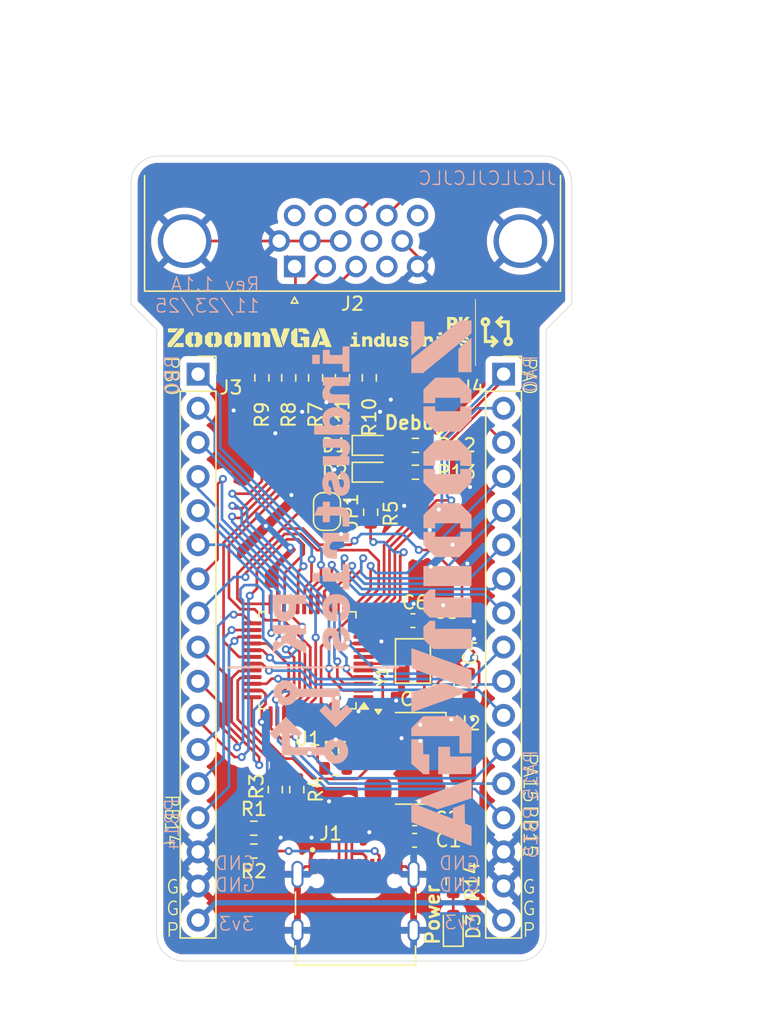
<source format=kicad_pcb>
(kicad_pcb (version 20241229) (generator "pcbnew") (generator_version "9.0")
  (layers (0 "F.Cu" signal) (2 "B.Cu" signal) (13 "F.Paste" user) (15 "B.Paste" user) (5 "F.SilkS" user "F.Silkscreen") (7 "B.SilkS" user "B.Silkscreen") (1 "F.Mask" user) (3 "B.Mask" user) (25 "Edge.Cuts" user))
  (net 0 "")
  (net 1 "VBUS")
  (net 2 "GND")
  (net 3 "+3V3")
  (net 4 "Net-(U1-PD0)")
  (net 5 "Net-(U1-PD1)")
  (net 7 "Net-(J1-CC1)")
  (net 9 "Net-(J1-CC2)")
  (net 10 "Net-(J2-Pad3)")
  (net 11 "Net-(J2-Pad2)")
  (net 14 "Net-(J2-Pad1)")
  (net 15 "Net-(J2-Pad13)")
  (net 18 "Net-(J2-Pad14)")
  (net 20 "PB15")
  (net 21 "Net-(JP1-B)")
  (net 22 "USB-")
  (net 23 "USB+")
  (net 24 "Net-(U1-BOOT0)")
  (net 25 "B")
  (net 26 "G")
  (net 27 "R")
  (net 28 "VSync")
  (net 29 "HSync")
  (net 31 "Net-(J3-Pin_10)")
  (net 32 "Net-(J3-Pin_2)")
  (net 33 "Net-(J3-Pin_14)")
  (net 34 "Net-(J3-Pin_5)")
  (net 35 "Net-(J3-Pin_6)")
  (net 36 "Net-(J3-Pin_13)")
  (net 37 "Net-(J3-Pin_11)")
  (net 38 "Net-(J3-Pin_12)")
  (net 39 "Net-(J3-Pin_3)")
  (net 40 "Net-(J3-Pin_4)")
  (net 41 "Net-(J3-Pin_1)")
  (net 42 "Net-(J3-Pin_8)")
  (net 43 "Net-(J3-Pin_7)")
  (net 44 "Net-(J3-Pin_9)")
  (net 45 "Net-(J4-Pin_7)")
  (net 46 "Net-(J4-Pin_13)")
  (net 47 "Net-(J4-Pin_5)")
  (net 48 "Net-(J4-Pin_9)")
  (net 49 "Net-(J4-Pin_2)")
  (net 50 "Net-(J4-Pin_12)")
  (net 51 "Net-(J4-Pin_3)")
  (net 52 "Net-(J4-Pin_8)")
  (net 53 "Net-(J4-Pin_11)")
  (net 54 "Net-(J4-Pin_6)")
  (net 55 "Net-(J4-Pin_4)")
  (net 56 "Net-(J4-Pin_10)")
  (net 57 "Net-(D1-A)")
  (net 58 "Net-(D2-A)")
  (net 59 "Net-(D3-A)")
  (net 60 "data+")
  (net 61 "data-")
  (net 62 "Net-(J4-Pin_1)")
  (footprint "LED_SMD:LED_0603_1608Metric" (layer "F.Cu") (at 205.25 109 90)
    (property "Reference" "D3")
    (property "Value" "LED")
  )
  (footprint "Capacitor_SMD:C_0603_1608Metric" (layer "F.Cu") (at 202.375 101 180)
    (property "Reference" "C2")
    (property "Value" "10u")
  )
  (footprint "Capacitor_SMD:C_0603_1608Metric" (layer "F.Cu") (at 202.25 86.25 180)
    (property "Reference" "C6")
    (property "Value" "10u")
  )
  (footprint "Resistor_SMD:R_0603_1608Metric" (layer "F.Cu") (at 202.435 75.2 180)
    (property "Reference" "R13")
    (property "Value" "1k")
  )
  (footprint "Connector_Dsub:DSUB-15-HD_Socket_Horizontal_P2.29x1.90mm_EdgePinOffset3.03mm_Housed_MountingHolesOffset4.94mm" (layer "F.Cu") (at 193.435 59.89 180)
    (property "Reference" "J2")
    (property "Value" "DE15_Socket_HighDensity_MountingHoles")
  )
  (footprint "Resistor_SMD:R_0603_1608Metric" (layer "F.Cu") (at 193.6 98.825 -90)
    (property "Reference" "R4")
    (property "Value" "22")
  )
  (footprint "Connector_PinSocket_2.54mm:PinSocket_1x17_P2.54mm_Vertical" (layer "F.Cu") (at 186.25 67.9)
    (property "Reference" "J3")
    (property "Value" "Conn_01x17_Pin")
  )
  (footprint "LED_SMD:LED_0603_1608Metric" (layer "F.Cu") (at 199.2125 75.2)
    (property "Reference" "D2")
    (property "Value" "LED")
  )
  (footprint "Resistor_SMD:R_0603_1608Metric" (layer "F.Cu") (at 192 98.825 -90)
    (property "Reference" "R3")
    (property "Value" "22")
  )
  (footprint "Resistor_SMD:R_0603_1608Metric" (layer "F.Cu") (at 202.435 73.2 180)
    (property "Reference" "R12")
    (property "Value" "1k")
  )
  (footprint "LOGO" (layer "F.Cu") (at 203.7 64.8)
    (property "Reference" "G***" (hide yes))
    (property "Value" "LOGO" (hide yes))
  )
  (footprint "Resistor_SMD:R_0603_1608Metric" (layer "F.Cu") (at 193 68.175 -90)
    (property "Reference" "R8")
    (property "Value" "330")
  )
  (footprint "My Footprint Library:SMD3225" (layer "F.Cu") (at 202.25 89.25 90)
    (property "Reference" "Y1")
    (property "Value" "Crystal_GND24")
  )
  (footprint "LED_SMD:LED_0603_1608Metric" (layer "F.Cu") (at 199.2125 73.2)
    (property "Reference" "D1")
    (property "Value" "LED")
  )
  (footprint "My Footprint Library:Edited_HRO_TYPE-C-31-M-12" (layer "F.Cu") (at 197.975 109.3)
    (property "Reference" "J1")
    (property "Value" "USB_C_Receptacle_USB2.0_16P")
  )
  (footprint "Package_QFP:LQFP-48_7x7mm_P0.5mm" (layer "F.Cu") (at 194.4 89.2 180)
    (property "Reference" "U1")
    (property "Value" "STM32F103C8Tx")
  )
  (footprint "Connector_PinSocket_2.54mm:PinSocket_1x17_P2.54mm_Vertical" (layer "F.Cu") (at 209 67.9)
    (property "Reference" "J4")
    (property "Value" "Conn_01x17_Pin")
  )
  (footprint "Resistor_SMD:R_0603_1608Metric" (layer "F.Cu") (at 195 68.175 -90)
    (property "Reference" "R7")
    (property "Value" "330")
  )
  (footprint "Capacitor_SMD:C_0603_1608Metric" (layer "F.Cu") (at 206.4 90.975 90)
    (property "Reference" "C4")
    (property "Value" "10u")
  )
  (footprint "Resistor_SMD:R_0603_1608Metric" (layer "F.Cu") (at 197 68.175 90)
    (property "Reference" "R11")
    (property "Value" "330")
  )
  (footprint "Jumper:SolderJumper-2_P1.3mm_Open_RoundedPad1.0x1.5mm" (layer "F.Cu") (at 195.85 78.125 -90)
    (property "Reference" "JP1")
    (property "Value" "SolderJumper_2_Open")
  )
  (footprint "Capacitor_SMD:C_0603_1608Metric" (layer "F.Cu") (at 204.8 90.975 90)
    (property "Reference" "C3")
    (property "Value" ".1n")
  )
  (footprint "Resistor_SMD:R_0603_1608Metric" (layer "F.Cu") (at 191 68.175 -90)
    (property "Reference" "R9")
    (property "Value" "330")
  )
  (footprint "Resistor_SMD:R_0603_1608Metric" (layer "F.Cu") (at 190.4 101.7)
    (property "Reference" "R1")
    (property "Value" "5.1k")
  )
  (footprint "Resistor_SMD:R_0603_1608Metric" (layer "F.Cu") (at 199.1 78.175 90)
    (property "Reference" "R5")
    (property "Value" "10k")
  )
  (footprint "LOGO" (layer "F.Cu") (at 190.1 65.2)
    (property "Reference" "G***" (hide yes))
    (property "Value" "LOGO" (hide yes))
  )
  (footprint "Package_TO_SOT_SMD:SOT-223-3_TabPin2" (layer "F.Cu") (at 202.8 96.5)
    (property "Reference" "U2")
    (property "Value" "AMS1117-3.3")
  )
  (footprint "Resistor_SMD:R_0603_1608Metric" (layer "F.Cu") (at 205.25 105.675 -90)
    (property "Reference" "R14")
    (property "Value" "1k")
  )
  (footprint "Resistor_SMD:R_0603_1608Metric" (layer "F.Cu") (at 199 68.175 90)
    (property "Reference" "R10")
    (property "Value" "330")
  )
  (footprint "Capacitor_SMD:C_0603_1608Metric" (layer "F.Cu") (at 202.375 102.6 180)
    (property "Reference" "C1")
    (property "Value" ".1n")
  )
  (footprint "Resistor_SMD:R_0603_1608Metric" (layer "F.Cu") (at 190.4 103.4)
    (property "Reference" "R2")
    (property "Value" "5.1k")
  )
  (footprint "Capacitor_SMD:C_0603_1608Metric" (layer "F.Cu") (at 204.75 87.725 -90)
    (property "Reference" "C5")
    (property "Value" "10u")
  )
  (footprint "Resistor_SMD:R_0603_1608Metric" (layer "F.Cu") (at 196.5 97.25)
    (property "Reference" "R6")
    (property "Value" "100k")
  )
  (footprint "LOGO" (layer "B.Cu") (at 204.4 83.5 -90)
    (property "Reference" "G***" (hide yes))
    (property "Value" "LOGO" (hide yes))
  )
  (footprint "LOGO" (layer "B.Cu") (at 194.800001 81.52 -90)
    (property "Reference" "G***" (hide yes))
    (property "Value" "LOGO" (hide yes))
  )
  (gr_arc (start 185.164214 111.585786) (mid 183.75 111) (end 183.164214 109.585786) (stroke (width 0.05)) (layer "Edge.Cuts"))
  (gr_line (start 181.250001 62.671572) (end 183.164215 64.585786) (stroke (width 0.05)) (layer "Edge.Cuts"))
  (gr_line (start 183.164215 109.585786) (end 183.164215 64.585786) (stroke (width 0.05)) (layer "Edge.Cuts"))
  (gr_line (start 214.078427 62.671571) (end 214.078427 53.671571) (stroke (width 0.05)) (layer "Edge.Cuts"))
  (gr_line (start 181.250001 62.671572) (end 181.250001 53.671572) (stroke (width 0.05)) (layer "Edge.Cuts"))
  (gr_line (start 183.250001 51.671572) (end 212.078427 51.671572) (stroke (width 0.05)) (layer "Edge.Cuts"))
  (gr_arc (start 212.164214 109.585785) (mid 211.578428 110.999999) (end 210.164214 111.585785) (stroke (width 0.05)) (layer "Edge.Cuts"))
  (gr_arc (start 212.078427 51.671571) (mid 213.492641 52.257357) (end 214.078427 53.671571) (stroke (width 0.05)) (layer "Edge.Cuts"))
  (gr_line (start 185.164214 111.585785) (end 210.164214 111.585785) (stroke (width 0.05)) (layer "Edge.Cuts"))
  (gr_arc (start 181.250001 53.671572) (mid 181.835787 52.257358) (end 183.250001 51.671572) (stroke (width 0.05)) (layer "Edge.Cuts"))
  (gr_line (start 212.164213 109.585785) (end 212.164213 64.585785) (stroke (width 0.05)) (layer "Edge.Cuts"))
  (gr_line (start 214.078427 62.671571) (end 212.164213 64.585785) (stroke (width 0.05)) (layer "Edge.Cuts"))
  (gr_text "Power" (at 204.3 110.485 90) (layer "F.SilkS") (effects (font (size 1 1) (thickness 0.2) (bold yes)) (justify left bottom)))
  (gr_text "PB14\n\n" (at 182.1 99.1 270) (layer "F.SilkS") (effects (font (size 1 1) (thickness 0.1)) (justify left bottom)))
  (gr_text "PB15\n\n" (at 208.8 99.9 270) (layer "F.SilkS") (effects (font (size 1 1) (thickness 0.1)) (justify left bottom)))
  (gr_text "G\nG\nP\n" (at 183.8 109.87 0) (layer "F.SilkS") (effects (font (size 1 1) (thickness 0.1)) (justify left bottom)))
  (gr_text "Debug" (at 200.0125 72.1 0) (layer "F.SilkS") (effects (font (size 1 1) (thickness 0.2) (bold yes)) (justify left bottom)))
  (gr_text "PA15" (at 210.4 96 270) (layer "F.SilkS") (effects (font (size 1 1) (thickness 0.1)) (justify left bottom)))
  (gr_text "PA0" (at 210.33 66.57 270) (layer "F.SilkS") (effects (font (size 1 1) (thickness 0.1)) (justify left bottom)))
  (gr_text "PB0\n" (at 183.7 66.5 270) (layer "F.SilkS") (effects (font (size 1 1) (thickness 0.1)) (justify left bottom)))
  (gr_text "G\nG\nP\n" (at 210.33 109.87 0) (layer "F.SilkS") (effects (font (size 1 1) (thickness 0.1)) (justify left bottom)))
  (gr_text "3v3" (at 190.5 109.4 0) (layer "B.SilkS") (effects (font (size 1 1) (thickness 0.1)) (justify left bottom mirror)))
  (gr_text "GND\nGND\n" (at 207.3 106.5 0) (layer "B.SilkS") (effects (font (size 1 1) (thickness 0.1)) (justify left bottom mirror)))
  (gr_text "3v3" (at 207.3 109.3 0) (layer "B.SilkS") (effects (font (size 1 1) (thickness 0.1)) (justify left bottom mirror)))
  (gr_text "JLCJLCJLCJLC\n" (at 213 53.9 0) (layer "B.SilkS") (effects (font (size 1 1) (thickness 0.1)) (justify left bottom mirror)))
  (gr_text "PA15" (at 211.6 95.8 90) (layer "B.SilkS") (effects (font (size 1 1) (thickness 0.1)) (justify left bottom mirror)))
  (gr_text "Rev 1.1A\n11/23/25\n" (at 190.9 63.4 0) (layer "B.SilkS") (effects (font (size 1 1) (thickness 0.1)) (justify left bottom mirror)))
  (gr_text "PB0\n" (at 184.9 66.4 90) (layer "B.SilkS") (effects (font (size 1 1) (thickness 0.1)) (justify left bottom mirror)))
  (gr_text "PA0\n" (at 211.6 66.4 90) (layer "B.SilkS") (effects (font (size 1 1) (thickness 0.1)) (justify left bottom mirror)))
  (gr_text "PB14" (at 184.9 99.4 90) (layer "B.SilkS") (effects (font (size 1 1) (thickness 0.1)) (justify left bottom mirror)))
  (gr_text "PB15" (at 211.6 100 90) (layer "B.SilkS") (effects (font (size 1 1) (thickness 0.1)) (justify left bottom mirror)))
  (gr_text "GND\nGND\n" (at 190.6 106.5 0) (layer "B.SilkS") (effects (font (size 1 1) (thickness 0.1)) (justify left bottom mirror)))
  (segment (start 201 101) (end 200.4 101.6) (width 0.2) (layer "F.Cu") (net 1))
  (segment (start 200.4 102.5) (end 200.4 101.6) (width 0.4) (layer "F.Cu") (net 1))
  (segment (start 200.4 101.4) (end 199.65 100.65) (width 0.4) (layer "F.Cu") (net 1))
  (segment (start 201.6 101) (end 201 101) (width 0.2) (layer "F.Cu") (net 1))
  (segment (start 200.214 104.711) (end 200.214 105.386) (width 0.2) (layer "F.Cu") (net 1))
  (segment (start 200.239 104.811) (end 200.4 104.65) (width 0.2) (layer "F.Cu") (net 1))
  (segment (start 201.6 102.6) (end 200.5 102.6) (width 0.2) (layer "F.Cu") (net 1))
  (segment (start 195.575 105.175) (end 195.575 104.65) (width 0.2) (layer "F.Cu") (net 1))
  (segment (start 200.5 102.6) (end 200.4 102.5) (width 0.2) (layer "F.Cu") (net 1))
  (segment (start 200.214 105.386) (end 199.3 106.3) (width 0.2) (layer "F.Cu") (net 1))
  (segment (start 199.3 106.3) (end 196.7 106.3) (width 0.2) (layer "F.Cu") (net 1))
  (segment (start 200.4 104.65) (end 200.4 102.5) (width 0.4) (layer "F.Cu") (net 1))
  (segment (start 199.65 100.65) (end 199.65 98.8) (width 0.4) (layer "F.Cu") (net 1))
  (segment (start 196.7 106.3) (end 195.575 105.175) (width 0.2) (layer "F.Cu") (net 1))
  (segment (start 200.4 101.6) (end 200.4 101.4) (width 0.4) (layer "F.Cu") (net 1))
  (segment (start 200.375 104.55) (end 200.214 104.711) (width 0.2) (layer "F.Cu") (net 1))
  (segment (start 191.3 79.2) (end 191.425735 79.325735) (width 0.2) (layer "F.Cu") (net 2))
  (segment (start 198.425 72.775) (end 198.425 73.2) (width 0.2) (layer "F.Cu") (net 2))
  (segment (start 199.4 94.2) (end 198.2 93) (width 0.2) (layer "F.Cu") (net 2))
  (segment (start 204.001 92.799) (end 202.8 94) (width 0.2) (layer "F.Cu") (net 2))
  (segment (start 206.4 90.2) (end 205.526 89.326) (width 0.2) (layer "F.Cu") (net 2))
  (segment (start 199.9 87.8) (end 199.9 87.883824) (width 0.2) (layer "F.Cu") (net 2))
  (segment (start 196.65 93.3625) (end 196.65 94.95) (width 0.2) (layer "F.Cu") (net 2))
  (segment (start 191 92.741176) (end 191 93.8) (width 0.2) (layer "F.Cu") (net 2))
  (segment (start 201.4 90.052) (end 203.1 88.352) (width 0.2) (layer "F.Cu") (net 2))
  (segment (start 204.001 90.999) (end 204.001 92.799) (width 0.2) (layer "F.Cu") (net 2))
  (segment (start 199.333824 88.45) (end 198.5625 88.45) (width 0.2) (layer "F.Cu") (net 2))
  (segment (start 199.8 70.7) (end 199.8 71.4) (width 0.2) (layer "F.Cu") (net 2))
  (segment (start 193.107062 80.807062) (end 193.007062 80.907062) (width 0.2) (layer "F.Cu") (net 2))
  (segment (start 201.175 104.55) (end 201.72 104.55) (width 0.2) (layer "F.Cu") (net 2))
  (segment (start 204.8 90.2) (end 205.526 89.474) (width 0.2) (layer "F.Cu") (net 2))
  (segment (start 191.008824 91.45) (end 191.276 91.717176) (width 0.2) (layer "F.Cu") (net 2))
  (segment (start 205.526 87.8931) (end 204.75 87.1171) (width 0.2) (layer "F.Cu") (net 2))
  (segment (start 199.9 87.883824) (end 199.333824 88.45) (width 0.2) (layer "F.Cu") (net 2))
  (segment (start 194.775 104.55) (end 194.23 104.55) (width 0.2) (layer "F.Cu") (net 2))
  (segment (start 204.8 90.2) (end 204.001 90.999) (width 0.2) (layer "F.Cu") (net 2))
  (segment (start 185.26 57.99) (end 185.25 58) (width 0.2) (layer "F.Cu") (net 2))
  (segment (start 203.1 88.352) (end 203.1 88.15) (width 0.2) (layer "F.Cu") (net 2))
  (segment (start 194.23 104.55) (end 193.65 105.13) (width 0.2) (layer "F.Cu") (net 2))
  (segment (start 205.526 89.326) (end 205.526 87.8931) (width 0.2) (layer "F.Cu") (net 2))
  (segment (start 201 92.2) (end 201.4 91.8) (width 0.2) (layer "F.Cu") (net 2))
  (segment (start 199.65 94.2) (end 199.4 94.2) (width 0.2) (layer "F.Cu") (net 2))
  (segment (start 204.75 86.95) (end 204.75 85.35) (width 0.2) (layer "F.Cu") (net 2))
  (segment (start 201.4 91.8) (end 201.4 90.35) (width 0.2) (layer "F.Cu") (net 2))
  (segment (start 201.4 90.35) (end 201.4 90.052) (width 0.2) (layer "F.Cu") (net 2))
  (segment (start 191.3 79.2) (end 191.5 79.2) (width 0.2) (layer "F.Cu") (net 2))
  (segment (start 202.3 85.525) (end 203.025 86.25) (width 0.2) (layer "F.Cu") (net 2))
  (segment (start 202.595 59.135) (end 202.595 59.89) (width 0.2) (layer "F.Cu") (net 2))
  (segment (start 193.2 77.5) (end 193.2 76.9) (width 0.2) (layer "F.Cu") (net 2))
  (segment (start 191.276 91.717176) (end 191.276 92.465176) (width 0.2) (layer "F.Cu") (net 2))
  (segment (start 190.2375 91.45) (end 191.008824 91.45) (width 0.2) (layer "F.Cu") (net 2))
  (segment (start 199.8 71.4) (end 198.425 72.775) (width 0.2) (layer "F.Cu") (net 2))
  (segment (start 201.45 57.99) (end 202.595 59.135) (width 0.2) (layer "F.Cu") (net 2))
  (segment (start 192.29 57.99) (end 185.26 57.99) (width 0.2) (layer "F.Cu") (net 2))
  (segment (start 193.007062 80.907062) (end 193.007062 81.192938) (width 0.2) (layer "F.Cu") (net 2))
  (segment (start 204.75 85.35) (end 204.5 85.1) (width 0.2) (layer "F.Cu") (net 2))
  (segment (start 192.15 82.05) (end 192.15 85.0375) (width 0.2) (layer "F.Cu") (net 2))
  (segment (start 204.75 87.1171) (end 204.75 86.95) (width 0.2) (layer "F.Cu") (net 2))
  (segment (start 205.526 89.474) (end 205.526 89.326) (width 0.2) (layer "F.Cu") (net 2))
  (segment (start 194.05 58) (end 194.05 58.45) (width 0.2) (layer "F.Cu") (net 2))
  (segment (start 196.87 57.99) (end 194.58 57.99) (width 0.2) (layer "F.Cu") (net 2))
  (segment (start 202.3 85) (end 202.3 85.525) (width 0.2) (layer "F.Cu") (net 2))
  (segment (start 196.65 94.95) (end 196.5 95.1) (width 0.2) (layer "F.Cu") (net 2))
  (segment (start 191.5 79.2) (end 193.2 77.5) (width 0.2) (layer "F.Cu") (net 2))
  (segment (start 201.72 104.55) (end 202.3 105.13) (width 0.2) (layer "F.Cu") (net 2))
  (segment (start 193.007062 81.192938) (end 192.15 82.05) (width 0.2) (layer "F.Cu") (net 2))
  (segment (start 194.58 57.99) (end 192.29 57.99) (width 0.2) (layer "F.Cu") (net 2))
  (segment (start 191.276 92.465176) (end 191 92.741176) (width 0.2) (layer "F.Cu") (net 2))
  (via (at 206.8 86.3) (size 0.6) (drill 0.3) (layers "F.Cu" "B.Cu") (net 2))
  (via (at 206.8 87.6) (size 0.6) (drill 0.3) (layers "F.Cu" "B.Cu") (net 2))
  (via (at 206.5 76.3) (size 0.6) (drill 0.3) (layers "F.Cu" "B.Cu") (net 2))
  (via (at 202.8 95.2) (size 0.6) (drill 0.3) (layers "F.Cu" "B.Cu") (net 2))
  (via (at 194.7 102.4) (size 0.6) (drill 0.3) (layers "F.Cu" "B.Cu") (net 2))
  (via (at 191.3 79.2) (size 0.6) (drill 0.3) (layers "F.Cu" "B.Cu") (net 2))
  (via (at 190.3 98.7) (size 0.6) (drill 0.3) (layers "F.Cu" "B.Cu") (net 2))
  (via (at 196 99.7) (size 0.6) (drill 0.3) (layers "F.Cu" "B.Cu") (net 2))
  (via (at 197.5 77.3) (size 0.6) (drill 0.3) (layers "F.Cu" "B.Cu") (net 2))
  (via (at 201 92.2) (size 0.6) (drill 0.3) (layers "F.Cu" "B.Cu") (net 2))
  (via (at 196.4 75) (size 0.6) (drill 0.3) (layers "F.Cu" "B.Cu") (net 2))
  (via (at 202.8 94) (size 0.6) (drill 0.3) (layers "F.Cu" "B.Cu") (net 2))
  (via (at 193.2 76.9) (size 0.6) (drill 0.3) (layers "F.Cu" "B.Cu") (net 2))
  (via (at 188.9 70.6) (size 0.6) (drill 0.3) (layers "F.Cu" "B.Cu") (net 2))
  (via (at 196.5 95.1) (size 0.6) (drill 0.3) (layers "F.Cu" "B.Cu") (net 2))
  (via (at 204.5 85.1) (size 0.6) (drill 0.3) (layers "F.Cu" "B.Cu") (net 2))
  (via (at 194 70.7) (size 0.6) (drill 0.3) (layers "F.Cu" "B.Cu") (net 2))
  (via (at 199 102) (size 0.6) (drill 0.3) (layers "F.Cu" "B.Cu") (net 2))
  (via (at 202.7 99.7) (size 0.6) (drill 0.3) (layers "F.Cu" "B.Cu") (net 2))
  (via (at 201.4 95) (size 0.6) (drill 0.3) (layers "F.Cu" "B.Cu") (net 2))
  (via (at 203.575735 82.224265) (size 0.6) (drill 0.3) (layers "F.Cu" "B.Cu") (net 2))
  (via (at 195.8 70) (size 0.6) (drill 0.3) (layers "F.Cu" "B.Cu") (net 2))
  (via (at 206.3 82) (size 0.6) (drill 0.3) (layers "F.Cu" "B.Cu") (net 2))
  (via (at 192.4 102.4) (size 0.6) (drill 0.3) (layers "F.Cu" "B.Cu") (net 2))
  (via (at 198.2 93) (size 0.6) (drill 0.3) (layers "F.Cu" "B.Cu") (net 2))
  (via (at 205.2 80.6) (size 0.6) (drill 0.3) (layers "F.Cu" "B.Cu") (net 2))
  (via (at 199.9 87.8) (size 0.6) (drill 0.3) (layers "F.Cu" "B.Cu") (net 2))
  (via (at 192 72.3) (size 0.6) (drill 0.3) (layers "F.Cu" "B.Cu") (net 2))
  (via (at 203.5 79.5) (size 0.6) (drill 0.3) (layers "F.Cu" "B.Cu") (net 2))
  (via (at 191 93.8) (size 0.6) (drill 0.3) (layers "F.Cu" "B.Cu") (net 2))
  (via (at 202.3 85) (size 0.6) (drill 0.3) (layers "F.Cu" "B.Cu") (net 2))
  (via (at 193.107062 80.807062) (size 0.6) (drill 0.3) (layers "F.Cu" "B.Cu") (net 2))
  (via (at 200.6 69.8) (size 0.6) (drill 0.3) (layers "F.Cu" "B.Cu") (net 2))
  (via (at 206.7 93.6) (size 0.6) (drill 0.3) (layers "F.Cu" "B.Cu") (net 2))
  (via (at 205.1 93.6) (size 0.6) (drill 0.3) (layers "F.Cu" "B.Cu") (net 2))
  (via (at 196.9 79.8) (size 0.6) (drill 0.3) (layers "F.Cu" "B.Cu") (net 2))
  (via (at 199.8 70.7) (size 0.6) (drill 0.3) (layers "F.Cu" "B.Cu") (net 2))
  (via (at 201.6 77.7) (size 0.6) (drill 0.3) (layers "F.Cu" "B.Cu") (net 2))
  (segment (start 191 93.8) (end 191.4 94.2) (width 0.2) (layer "B.Cu") (net 2))
  (segment (start 192.907062 80.807062) (end 193.107062 80.807062) (width 0.2) (layer "B.Cu") (net 2))
  (segment (start 191.4 94.2) (end 191.4 97.6) (width 0.2) (layer "B.Cu") (net 2))
  (segment (start 191.4 97.6) (end 190.3 98.7) (width 0.2) (layer "B.Cu") (net 2))
  (segment (start 191.3 79.2) (end 192.907062 80.807062) (width 0.2) (layer "B.Cu") (net 2))
  (segment (start 205.95 93.25) (end 205.95 96.5) (width 0.2) (layer "F.Cu") (net 3))
  (segment (start 199.1 76.9) (end 198.3 76.1) (width 0.2) (layer "F.Cu") (net 3))
  (segment (start 206.5 102.5) (end 205.25 103.75) (width 0.4) (layer "F.Cu") (net 3))
  (segment (start 192.68355 96.51645) (end 193.305514 96.51645) (width 0.2) (layer "F.Cu") (net 3))
  (segment (start 189.176855 84.609755) (end 189.176855 82.754539) (width 0.2) (layer "F.Cu") (net 3))
  (segment (start 202.685735 80.985735) (end 203.685735 80.985735) (width 0.2) (layer "F.Cu") (net 3))
  (segment (start 206.5 97.05) (end 206.5 102.5) (width 0.4) (layer "F.Cu") (net 3))
  (segment (start 192.532394 79.399) (end 194.0661 79.399) (width 0.2) (layer "F.Cu") (net 3))
  (segment (start 204.875 92.1) (end 205.95 93.175) (width 0.2) (layer "F.Cu") (net 3))
  (segment (start 198.124 98.026) (end 199.65 96.5) (width 0.2) (layer "F.Cu") (net 3))
  (segment (start 190.2375 94.0704) (end 192.68355 96.51645) (width 0.2) (layer "F.Cu") (net 3))
  (segment (start 205.95 93.175) (end 205.95 93.25) (width 0.2) (layer "F.Cu") (net 3))
  (segment (start 190.908276 85) (end 190.907276 84.999) (width 0.2) (layer "F.Cu") (net 3))
  (segment (start 194.0661 79.399) (end 195.2671 80.6) (width 0.2) (layer "F.Cu") (net 3))
  (segment (start 194.7 76.1) (end 194 76.8) (width 0.2) (layer "F.Cu") (net 3))
  (segment (start 194.815064 98.026) (end 198.124 98.026) (width 0.2) (layer "F.Cu") (net 3))
  (segment (start 197.15 93.3625) (end 197.15 94) (width 0.2) (layer "F.Cu") (net 3))
  (segment (start 190.2375 91.95) (end 190.2375 94.0704) (width 0.2) (layer "F.Cu") (net 3))
  (segment (start 189.5661 84.999) (end 189.176855 84.609755) (width 0.2) (layer "F.Cu") (net 3))
  (segment (start 198.3 76.1) (end 194.7 76.1) (width 0.2) (layer "F.Cu") (net 3))
  (segment (start 191.215697 80.715697) (end 192.532394 79.399) (width 0.2) (layer "F.Cu") (net 3))
  (segment (start 205.9 83.2) (end 205.9 87.7) (width 0.2) (layer "F.Cu") (net 3))
  (segment (start 197.15 94) (end 199.65 96.5) (width 0.2) (layer "F.Cu") (net 3))
  (segment (start 194 76.8) (end 194 77.931394) (width 0.2) (layer "F.Cu") (net 3))
  (segment (start 198.5625 87.95) (end 197.452 87.95) (width 0.2) (layer "F.Cu") (net 3))
  (segment (start 206.5 106.04) (end 209 108.54) (width 0.4) (layer "F.Cu") (net 3))
  (segment (start 206.4 92.8) (end 206.4 91.75) (width 0.2) (layer "F.Cu") (net 3))
  (segment (start 203.685735 80.985735) (end 205.9 83.2) (width 0.2) (layer "F.Cu") (net 3))
  (segment (start 197.452 87.95) (end 197.402 87.9) (width 0.2) (layer "F.Cu") (net 3))
  (segment (start 205.25 103.75) (end 205.25 104.85) (width 0.4) (layer "F.Cu") (net 3))
  (segment (start 205.9 87.7) (end 206.8 88.6) (width 0.2) (layer "F.Cu") (net 3))
  (segment (start 204.8 92.1) (end 204.875 92.1) (width 0.2) (layer "F.Cu") (net 3))
  (segment (start 193.305514 96.51645) (end 194.815064 98.026) (width 0.2) (layer "F.Cu") (net 3))
  (segment (start 207.176 90.974) (end 206.4 91.75) (width 0.2) (layer "F.Cu") (net 3))
  (segment (start 194 77.931394) (end 191.215697 80.715697) (width 0.2) (layer "F.Cu") (net 3))
  (segment (start 206.8 88.6) (end 206.8 89) (width 0.2) (layer "F.Cu") (net 3))
  (segment (start 189.176855 82.754539) (end 191.215697 80.715697) (width 0.2) (layer "F.Cu") (net 3))
  (segment (start 206.5 102.5) (end 206.5 106.04) (width 0.4) (layer "F.Cu") (net 3))
  (segment (start 199.1 77.35) (end 199.1 76.9) (width 0.2) (layer "F.Cu") (net 3))
  (segment (start 191.6125 85) (end 190.908276 85) (width 0.2) (layer "F.Cu") (net 3))
  (segment (start 195.2671 80.6) (end 197.6 80.6) (width 0.2) (layer "F.Cu") (net 3))
  (segment (start 205.95 96.5) (end 199.65 96.5) (width 0.4) (layer "F.Cu") (net 3))
  (segment (start 190.907276 84.999) (end 189.5661 84.999) (width 0.2) (layer "F.Cu") (net 3))
  (segment (start 197.6 80.6) (end 197.9 80.3) (width 0.2) (layer "F.Cu") (net 3))
  (segment (start 205.95 93.25) (end 206.4 92.8) (width 0.2) (layer "F.Cu") (net 3))
  (segment (start 206.2 96.25) (end 205.95 96.5) (width 0.2) (layer "F.Cu") (net 3))
  (segment (start 206.8 89) (end 207.176 89.376) (width 0.2) (layer "F.Cu") (net 3))
  (segment (start 207.176 89.376) (end 207.176 90.974) (width 0.2) (layer "F.Cu") (net 3))
  (segment (start 205.95 96.5) (end 206.5 97.05) (width 0.4) (layer "F.Cu") (net 3))
  (segment (start 191.65 85.0375) (end 191.6125 85) (width 0.2) (layer "F.Cu") (net 3))
  (via (at 202.685735 80.985735) (size 0.6) (drill 0.3) (layers "F.Cu" "B.Cu") (net 3))
  (via (at 197.9 80.3) (size 0.6) (drill 0.3) (layers "F.Cu" "B.Cu") (net 3))
  (via (at 206.8 89) (size 0.6) (drill 0.3) (layers "F.Cu" "B.Cu") (net 3))
  (via (at 197.402 87.9) (size 0.6) (drill 0.3) (layers "F.Cu" "B.Cu") (net 3))
  (segment (start 197.402 87.9) (end 199.699 90.197) (width 0.2) (layer "B.Cu") (net 3))
  (segment (start 201.499 79.799) (end 202.685735 80.985735) (width 0.2) (layer "B.Cu") (net 3))
  (segment (start 205.603 90.197) (end 206.8 89) (width 0.2) (layer "B.Cu") (net 3))
  (segment (start 207.71 107.25) (end 187.54 107.25) (width 0.4) (layer "B.Cu") (net 3))
  (segment (start 187.54 107.25) (end 186.25 108.54) (width 0.4) (layer "B.Cu") (net 3))
  (segment (start 209 108.54) (end 207.71 107.25) (width 0.4) (layer "B.Cu") (net 3))
  (segment (start 197.9 80.3) (end 198.401 79.799) (width 0.2) (layer "B.Cu") (net 3))
  (segment (start 198.401 79.799) (end 201.499 79.799) (width 0.2) (layer "B.Cu") (net 3))
  (segment (start 199.699 90.197) (end 205.603 90.197) (width 0.2) (layer "B.Cu") (net 3))
  (segment (start 203.1 90.35) (end 203.1 90.15) (width 0.2) (layer "F.Cu") (net 4))
  (segment (start 203.1 90.15) (end 204.75 88.5) (width 0.2) (layer "F.Cu") (net 4))
  (segment (start 199.5 89.95) (end 198.6125 89.95) (width 0.2) (layer "F.Cu") (net 4))
  (segment (start 198.6125 89.95) (end 198.5625 90) (width 0.2) (layer "F.Cu") (net 4))
  (segment (start 203.1 90.35) (end 203.1 91.45) (width 0.2) (layer "F.Cu") (net 4))
  (segment (start 203.1 91.45) (end 201.75 92.8) (width 0.2) (layer "F.Cu") (net 4))
  (segment (start 200.4 92.8) (end 200 92.4) (width 0.2) (layer "F.Cu") (net 4))
  (segment (start 200 90.45) (end 199.5 89.95) (width 0.2) (layer "F.Cu") (net 4))
  (segment (start 201.75 92.8) (end 200.4 92.8) (width 0.2) (layer "F.Cu") (net 4))
  (segment (start 200 92.4) (end 200 90.45) (width 0.2) (layer "F.Cu") (net 4))
  (segment (start 201.4 88.15) (end 201.3 88.15) (width 0.2) (layer "F.Cu") (net 5))
  (segment (start 200 89.45) (end 198.6125 89.45) (width 0.2) (layer "F.Cu") (net 5))
  (segment (start 201.3 88.15) (end 200 89.45) (width 0.2) (layer "F.Cu") (net 5))
  (segment (start 198.6125 89.45) (end 198.5625 89.5) (width 0.2) (layer "F.Cu") (net 5))
  (segment (start 201.475 86.25) (end 201.475 88.075) (width 0.2) (layer "F.Cu") (net 5))
  (segment (start 201.475 88.075) (end 201.4 88.15) (width 0.2) (layer "F.Cu") (net 5))
  (segment (start 196.75 104.65) (end 196.75 102.135298) (width 0.2) (layer "F.Cu") (net 7))
  (segment (start 193.1829 101.4) (end 191.525 101.4) (width 0.2) (layer "F.Cu") (net 7))
  (segment (start 196.015702 101.401) (end 193.1839 101.401) (width 0.2) (layer "F.Cu") (net 7))
  (segment (start 193.1839 101.401) (end 193.1829 101.4) (width 0.2) (layer "F.Cu") (net 7))
  (segment (start 196.75 102.135298) (end 196.015702 101.401) (width 0.2) (layer "F.Cu") (net 7))
  (segment (start 191.525 101.4) (end 191.225 101.7) (width 0.2) (layer "F.Cu") (net 7))
  (segment (start 199.75 103.75) (end 199.75 104.65) (width 0.2) (layer "F.Cu") (net 9))
  (segment (start 193 103.4) (end 191.225 103.4) (width 0.2) (layer "F.Cu") (net 9))
  (segment (start 199.4 103.4) (end 199.75 103.75) (width 0.2) (layer "F.Cu") (net 9))
  (via (at 193 103.4) (size 0.6) (drill 0.3) (layers "F.Cu" "B.Cu") (net 9))
  (via (at 199.4 103.4) (size 0.6) (drill 0.3) (layers "F.Cu" "B.Cu") (net 9))
  (segment (start 193 103.4) (end 199.4 103.4) (width 0.2) (layer "B.Cu") (net 9))
  (segment (start 194.28355 66.63355) (end 194.301 66.6161) (width 0.2) (layer "F.Cu") (net 10))
  (segment (start 195 67.35) (end 194.28355 66.63355) (width 0.2) (layer "F.Cu") (net 10))
  (segment (start 194.301 63.604) (end 198.015 59.89) (width 0.2) (layer "F.Cu") (net 10))
  (segment (start 194.301 66.6161) (end 194.301 63.604) (width 0.2) (layer "F.Cu") (net 10))
  (segment (start 193.9 61.715) (end 195.725 59.89) (width 0.2) (layer "F.Cu") (net 11))
  (segment (start 193.9 66.45) (end 193.9 61.715) (width 0.2) (layer "F.Cu") (net 11))
  (segment (start 193 67.35) (end 193.9 66.45) (width 0.2) (layer "F.Cu") (net 11))
  (segment (start 193.5 64.85) (end 193.5 59.955) (width 0.2) (layer "F.Cu") (net 14))
  (segment (start 193.5 59.955) (end 193.435 59.89) (width 0.2) (layer "F.Cu") (net 14))
  (segment (start 192.905 59.145) (end 192.905 59.9) (width 0.2) (layer "F.Cu") (net 14))
  (segment (start 191 67.35) (end 193.5 64.85) (width 0.2) (layer "F.Cu") (net 14))
  (segment (start 205.3 62.239064) (end 205.3 61.6171) (width 0.2) (layer "F.Cu") (net 15))
  (segment (start 197 67.35) (end 197.701 68.051) (width 0.2) (layer "F.Cu") (net 15))
  (segment (start 199.488064 68.051) (end 205.3 62.239064) (width 0.2) (layer "F.Cu") (net 15))
  (segment (start 205.301 55.3339) (end 203.9671 54) (width 0.2) (layer "F.Cu") (net 15))
  (segment (start 200.105 54) (end 198.015 56.09) (width 0.2) (layer "F.Cu") (net 15))
  (segment (start 197.701 68.051) (end 199.488064 68.051) (width 0.2) (layer "F.Cu") (net 15))
  (segment (start 203.9671 54) (end 200.105 54) (width 0.2) (layer "F.Cu") (net 15))
  (segment (start 205.301 61.6161) (end 205.301 55.3339) (width 0.2) (layer "F.Cu") (net 15))
  (segment (start 205.3 61.6171) (end 205.301 61.6161) (width 0.2) (layer "F.Cu") (net 15))
  (segment (start 199.621964 67.35) (end 204.899 62.072964) (width 0.2) (layer "F.Cu") (net 18))
  (segment (start 204.9 61.45) (end 204.9 55.5) (width 0.2) (layer "F.Cu") (net 18))
  (segment (start 204.899 62.072964) (end 204.899 61.451) (width 0.2) (layer "F.Cu") (net 18))
  (segment (start 203.801 54.401) (end 201.994 54.401) (width 0.2) (layer "F.Cu") (net 18))
  (segment (start 204.899 61.451) (end 204.9 61.45) (width 0.2) (layer "F.Cu") (net 18))
  (segment (start 201.994 54.401) (end 200.305 56.09) (width 0.2) (layer "F.Cu") (net 18))
  (segment (start 204.9 55.5) (end 203.801 54.401) (width 0.2) (layer "F.Cu") (net 18))
  (segment (start 199 67.35) (end 199.621964 67.35) (width 0.2) (layer "F.Cu") (net 18))
  (segment (start 191.399943 87.95) (end 190.2375 87.95) (width 0.2) (layer "F.Cu") (net 20))
  (segment (start 192.05 92.125) (end 192.05 92.05) (width 0.2) (layer "F.Cu") (net 20))
  (segment (start 193 91.1) (end 193 89.550057) (width 0.2) (layer "F.Cu") (net 20))
  (segment (start 192.05 92.05) (end 193 91.1) (width 0.2) (layer "F.Cu") (net 20))
  (segment (start 193 89.550057) (end 191.399943 87.95) (width 0.2) (layer "F.Cu") (net 20))
  (via (at 192.05 92.125) (size 0.6) (drill 0.3) (layers "F.Cu" "B.Cu") (net 20))
  (segment (start 192.2 95.2) (end 194.8 97.8) (width 0.2) (layer "B.Cu") (net 20))
  (segment (start 194.8 97.8) (end 194.8329 97.8) (width 0.2) (layer "B.Cu") (net 20))
  (segment (start 194.8329 97.8) (end 195.8139 98.781) (width 0.2) (layer "B.Cu") (net 20))
  (segment (start 206.861 98.781) (end 209 100.92) (width 0.2) (layer "B.Cu") (net 20))
  (segment (start 192.1 92.7) (end 192.2 92.8) (width 0.2) (layer "B.Cu") (net 20))
  (segment (start 192.2 92.8) (end 192.2 95.2) (width 0.2) (layer "B.Cu") (net 20))
  (segment (start 192.05 92.125) (end 192.1 92.175) (width 0.2) (layer "B.Cu") (net 20))
  (segment (start 192.1 92.175) (end 192.1 92.7) (width 0.2) (layer "B.Cu") (net 20))
  (segment (start 195.8139 98.781) (end 206.861 98.781) (width 0.2) (layer "B.Cu") (net 20))
  (segment (start 199.1 79) (end 199.1 80.2) (width 0.2) (layer "F.Cu") (net 21))
  (segment (start 200.5 85.509576) (end 200.5 88.3829) (width 0.2) (layer "F.Cu") (net 21))
  (segment (start 201.304 84.705576) (end 200.5 85.509576) (width 0.2) (layer "F.Cu") (net 21))
  (segment (start 195.85 78.775) (end 198.875 78.775) (width 0.2) (layer "F.Cu") (net 21))
  (segment (start 201.304 81.41163) (end 201.304 84.705576) (width 0.2) (layer "F.Cu") (net 21))
  (segment (start 199.9329 88.95) (end 198.5625 88.95) (width 0.2) (layer "F.Cu") (net 21))
  (segment (start 200.5 88.3829) (end 199.9329 88.95) (width 0.2) (layer "F.Cu") (net 21))
  (segment (start 199.1 80.2) (end 199.3 80.4) (width 0.2) (layer "F.Cu") (net 21))
  (segment (start 201.559315 81.156315) (end 201.304 81.41163) (width 0.2) (layer "F.Cu") (net 21))
  (segment (start 198.875 78.775) (end 199.1 79) (width 0.2) (layer "F.Cu") (net 21))
  (via (at 199.3 80.4) (size 0.6) (drill 0.3) (layers "F.Cu" "B.Cu") (net 21))
  (via (at 201.559315 81.156315) (size 0.6) (drill 0.3) (layers "F.Cu" "B.Cu") (net 21))
  (segment (start 200.103 80.4) (end 199.3 80.4) (width 0.2) (layer "B.Cu") (net 21))
  (segment (start 200.859315 81.156315) (end 200.103 80.4) (width 0.2) (layer "B.Cu") (net 21))
  (segment (start 201.559315 81.156315) (end 200.859315 81.156315) (width 0.2) (layer "B.Cu") (net 21))
  (segment (start 189.280808 89.999) (end 190.1885 89.999) (width 0.2) (layer "F.Cu") (net 22))
  (segment (start 192 97.036397) (end 188.74902 93.785417) (width 0.2) (layer "F.Cu") (net 22))
  (segment (start 192 98) (end 192 97.036397) (width 0.2) (layer "F.Cu") (net 22))
  (segment (start 190.1885 89.999) (end 190.2375 89.95) (width 0.2) (layer "F.Cu") (net 22))
  (segment (start 188.74902 90.530788) (end 189.280808 89.999) (width 0.2) (layer "F.Cu") (net 22))
  (segment (start 188.74902 93.785417) (end 188.74902 90.530788) (width 0.2) (layer "F.Cu") (net 22))
  (segment (start 192.55 97.309132) (end 192.653275 97.412407) (width 0.2) (layer "F.Cu") (net 23))
  (segment (start 189.417176 90.499) (end 189.199 90.717176) (width 0.2) (layer "F.Cu") (net 23))
  (segment (start 193.012408 97.412407) (end 193.2 97.6) (width 0.2) (layer "F.Cu") (net 23))
  (segment (start 190.2375 90.499) (end 189.417176 90.499) (width 0.2) (layer "F.Cu") (net 23))
  (segment (start 190.2375 90.45) (end 190.2375 90.499) (width 0.2) (layer "F.Cu") (net 23))
  (segment (start 193.2 97.6) (end 193.6 98) (width 0.2) (layer "F.Cu") (net 23))
  (segment (start 189.199 90.717176) (end 189.199 93.599) (width 0.2) (layer "F.Cu") (net 23))
  (segment (start 189.199 93.599) (end 192.55 96.95) (width 0.2) (layer "F.Cu") (net 23))
  (arc (start 192.55 96.95) (mid 192.587189 97.039783) (end 192.55 97.129566) (width 0.2) (layer "F.Cu") (net 23))
  (arc (start 192.653275 97.412407) (mid 192.743059 97.449596) (end 192.832842 97.412407) (width 0.2) (layer "F.Cu") (net 23))
  (arc (start 192.55 97.129566) (mid 192.512811 97.219349) (end 192.55 97.309132) (width 0.2) (layer "F.Cu") (net 23))
  (arc (start 192.832842 97.412407) (mid 192.922625 97.375218) (end 193.012408 97.412407) (width 0.2) (layer "F.Cu") (net 23))
  (segment (start 195.15 96.725) (end 195.675 97.25) (width 0.2) (layer "F.Cu") (net 24))
  (segment (start 195.15 93.3625) (end 195.15 96.725) (width 0.2) (layer "F.Cu") (net 24))
  (segment (start 188.789025 78.616295) (end 188.80532 78.6) (width 0.2) (layer "F.Cu") (net 25))
  (segment (start 197.05 91.45) (end 198.5625 91.45) (width 0.2) (layer "F.Cu") (net 25))
  (segment (start 196.006 89.8) (end 196 89.806) (width 0.2) (layer "F.Cu") (net 25))
  (segment (start 189.4 78.6) (end 195 73) (width 0.2) (layer "F.Cu") (net 25))
  (segment (start 188.80532 78.6) (end 189.4 78.6) (width 0.2) (layer "F.Cu") (net 25))
  (segment (start 188.789025 78.508414) (end 188.789025 78.616295) (width 0.2) (layer "F.Cu") (net 25))
  (segment (start 196 89.806) (end 196 90.4) (width 0.2) (layer "F.Cu") (net 25))
  (segment (start 188.780372 78.499761) (end 188.789025 78.508414) (width 0.2) (layer "F.Cu") (net 25))
  (segment (start 196 90.4) (end 197.05 91.45) (width 0.2) (layer "F.Cu") (net 25))
  (segment (start 195 73) (end 195 69) (width 0.2) (layer "F.Cu") (net 25))
  (via (at 188.780372 78.499761) (size 0.6) (drill 0.3) (layers "F.Cu" "B.Cu") (net 25))
  (via (at 196.006 89.8) (size 0.6) (drill 0.3) (layers "F.Cu" "B.Cu") (net 25))
  (segment (start 188.780372 78.499761) (end 188.780372 78.534222) (width 0.2) (layer "B.Cu") (net 25))
  (segment (start 188.786365 78.540215) (end 188.786365 78.895065) (width 0.2) (layer "B.Cu") (net 25))
  (segment (start 196 89.794) (end 196.006 89.8) (width 0.2) (layer "B.Cu") (net 25))
  (segment (start 188.780372 78.534222) (end 188.786365 78.540215) (width 0.2) (layer "B.Cu") (net 25))
  (segment (start 188.786365 78.895065) (end 196 86.1087) (width 0.2) (layer "B.Cu") (net 25))
  (segment (start 196 86.1087) (end 196 89.794) (width 0.2) (layer "B.Cu") (net 25))
  (segment (start 189.546101 77.886799) (end 193 74.4329) (width 0.2) (layer "F.Cu") (net 26))
  (segment (start 196.618037 90.450937) (end 196.618037 89.284817) (width 0.2) (layer "F.Cu") (net 26))
  (segment (start 193 74.4329) (end 193 69) (width 0.2) (layer "F.Cu") (net 26))
  (segment (start 198.5625 90.95) (end 197.1171 90.95) (width 0.2) (layer "F.Cu") (net 26))
  (segment (start 196.618037 90.450937) (end 197.1171 90.95) (width 0.2) (layer "F.Cu") (net 26))
  (segment (start 188.986799 77.886799) (end 189.546101 77.886799) (width 0.2) (layer "F.Cu") (net 26))
  (segment (start 188.8 77.7) (end 188.986799 77.886799) (width 0.2) (layer "F.Cu") (net 26))
  (via (at 196.618037 89.284817) (size 0.6) (drill 0.3) (layers "F.Cu" "B.Cu") (net 26))
  (via (at 188.8 77.7) (size 0.6) (drill 0.3) (layers "F.Cu" "B.Cu") (net 26))
  (segment (start 189.5 79.0416) (end 196.401 85.9426) (width 0.2) (layer "B.Cu") (net 26))
  (segment (start 196.401 85.9426) (end 196.401 89.06778) (width 0.2) (layer "B.Cu") (net 26))
  (segment (start 188.8 77.7) (end 189.1329 77.7) (width 0.2) (layer "B.Cu") (net 26))
  (segment (start 189.1329 77.7) (end 189.5 78.0671) (width 0.2) (layer "B.Cu") (net 26))
  (segment (start 196.401 89.06778) (end 196.618037 89.284817) (width 0.2) (layer "B.Cu") (net 26))
  (segment (start 189.5 78.0671) (end 189.5 79.0416) (width 0.2) (layer "B.Cu") (net 26))
  (segment (start 190.0658 76.8) (end 191 75.8658) (width 0.2) (layer "F.Cu") (net 27))
  (segment (start 191 75.8658) (end 191 69) (width 0.2) (layer "F.Cu") (net 27))
  (segment (start 197.3 90) (end 197.75 90.45) (width 0.2) (layer "F.Cu") (net 27))
  (segment (start 197.75 90.45) (end 198.5625 90.45) (width 0.2) (layer "F.Cu") (net 27))
  (segment (start 188.8 76.8) (end 190.0658 76.8) (width 0.2) (layer "F.Cu") (net 27))
  (segment (start 197.3 89.8) (end 197.3 90) (width 0.2) (layer "F.Cu") (net 27))
  (via (at 197.3 89.8) (size 0.6) (drill 0.3) (layers "F.Cu" "B.Cu") (net 27))
  (via (at 188.8 76.8) (size 0.6) (drill 0.3) (layers "F.Cu" "B.Cu") (net 27))
  (segment (start 196.802 85.7765) (end 196.802 88.502) (width 0.2) (layer "B.Cu") (net 27))
  (segment (start 189.901 77.901) (end 189.901 78.8755) (width 0.2) (layer "B.Cu") (net 27))
  (segment (start 189.901 78.8755) (end 196.802 85.7765) (width 0.2) (layer "B.Cu") (net 27))
  (segment (start 188.8 76.8) (end 189.901 77.901) (width 0.2) (layer "B.Cu") (net 27))
  (segment (start 197.3 89) (end 197.3 89.8) (width 0.2) (layer "B.Cu") (net 27))
  (segment (start 196.802 88.502) (end 197.3 89) (width 0.2) (layer "B.Cu") (net 27))
  (segment (start 190.458824 85.4) (end 189.4 85.4) (width 0.2) (layer "F.Cu") (net 28))
  (segment (start 191.276 86.217176) (end 190.458824 85.4) (width 0.2) (layer "F.Cu") (net 28))
  (segment (start 189.4 85.4) (end 188.55 84.55) (width 0.2) (layer "F.Cu") (net 28))
  (segment (start 194.15 92.301243) (end 194.604 91.847243) (width 0.2) (layer "F.Cu") (net 28))
  (segment (start 194.15 93.3625) (end 194.15 92.301243) (width 0.2) (layer "F.Cu") (net 28))
  (segment (start 199 70.1671) (end 199 69) (width 0.2) (layer "F.Cu") (net 28))
  (segment (start 188.55 84.55) (end 188.55 80.6171) (width 0.2) (layer "F.Cu") (net 28))
  (segment (start 192.601319 86.217176) (end 191.276 86.217176) (width 0.2) (layer "F.Cu") (net 28))
  (segment (start 188.55 80.6171) (end 199 70.1671) (width 0.2) (layer "F.Cu") (net 28))
  (segment (start 194.604 88.219857) (end 192.601319 86.217176) (width 0.2) (layer "F.Cu") (net 28))
  (segment (start 194.604 91.847243) (end 194.604 88.219857) (width 0.2) (layer "F.Cu") (net 28))
  (segment (start 197 71.6) (end 197 69) (width 0.2) (layer "F.Cu") (net 29))
  (segment (start 189.300057 88.95) (end 188.149 87.798943) (width 0.2) (layer "F.Cu") (net 29))
  (segment (start 190.2375 88.95) (end 189.300057 88.95) (width 0.2) (layer "F.Cu") (net 29))
  (segment (start 188.149 80.451) (end 197 71.6) (width 0.2) (layer "F.Cu") (net 29))
  (segment (start 188.149 87.798943) (end 188.149 80.451) (width 0.2) (layer "F.Cu") (net 29))
  (segment (start 189.152 95.322597) (end 189.152 95.678233) (width 0.2) (layer "F.Cu") (net 31))
  (segment (start 193.15 85.85) (end 193.15 85.0375) (width 0.2) (layer "F.Cu") (net 31))
  (segment (start 187.94702 92.45702) (end 187.94702 94.117617) (width 0.2) (layer "F.Cu") (net 31))
  (segment (start 194 86.7) (end 193.15 85.85) (width 0.2) (layer "F.Cu") (net 31))
  (segment (start 186.25 90.76) (end 187.94702 92.45702) (width 0.2) (layer "F.Cu") (net 31))
  (segment (start 187.94702 94.117617) (end 189.152 95.322597) (width 0.2) (layer "F.Cu") (net 31))
  (via (at 189.152 95.678233) (size 0.6) (drill 0.3) (layers "F.Cu" "B.Cu") (net 31))
  (via (at 194 86.7) (size 0.6) (drill 0.3) (layers "F.Cu" "B.Cu") (net 31))
  (segment (start 189.695518 83.604482) (end 190.026798 83.604482) (width 0.2) (layer "B.Cu") (net 31))
  (segment (start 194 88.01563) (end 194 86.7) (width 0.2) (layer "B.Cu") (net 31))
  (segment (start 189.152 95.678233) (end 189.599 95.231233) (width 0.2) (layer "B.Cu") (net 31))
  (segment (start 189.599 84.748943) (end 189.4 84.549943) (width 0.2) (layer "B.Cu") (net 31))
  (segment (start 191.099 87.54753) (end 192.534607 88.983137) (width 0.2) (layer "B.Cu") (net 31))
  (segment (start 190.03228 83.599) (end 190.6548 83.599) (width 0.2) (layer "B.Cu") (net 31))
  (segment (start 189.4 84.549943) (end 189.4 83.9) (width 0.2) (layer "B.Cu") (net 31))
  (segment (start 189.4 83.9) (end 189.695518 83.604482) (width 0.2) (layer "B.Cu") (net 31))
  (segment (start 191.099 84.0432) (end 191.099 87.54753) (width 0.2) (layer "B.Cu") (net 31))
  (segment (start 190.6548 83.599) (end 191.099 84.0432) (width 0.2) (layer "B.Cu") (net 31))
  (segment (start 193.032493 88.983137) (end 194 88.01563) (width 0.2) (layer "B.Cu") (net 31))
  (segment (start 192.534607 88.983137) (end 193.032493 88.983137) (width 0.2) (layer "B.Cu") (net 31))
  (segment (start 189.599 95.231233) (end 189.599 84.748943) (width 0.2) (layer "B.Cu") (net 31))
  (segment (start 190.026798 83.604482) (end 190.03228 83.599) (width 0.2) (layer "B.Cu") (net 31))
  (segment (start 194.249 83.751) (end 194.199 83.801) (width 0.2) (layer "F.Cu") (net 32))
  (segment (start 194.7 81.702121) (end 194.7 83.284506) (width 0.2) (layer "F.Cu") (net 32))
  (segment (start 194.249 83.735506) (end 194.249 83.751) (width 0.2) (layer "F.Cu") (net 32))
  (segment (start 194.199 84.9885) (end 194.15 85.0375) (width 0.2) (layer "F.Cu") (net 32))
  (segment (start 194.7 83.284506) (end 194.249 83.735506) (width 0.2) (layer "F.Cu") (net 32))
  (segment (start 194.714439 81.687682) (end 194.7 81.702121) (width 0.2) (layer "F.Cu") (net 32))
  (segment (start 194.199 83.801) (end 194.199 84.9885) (width 0.2) (layer "F.Cu") (net 32))
  (via (at 194.714439 81.687682) (size 0.6) (drill 0.3) (layers "F.Cu" "B.Cu") (net 32))
  (segment (start 187.499 73.5661) (end 187.499 71.689) (width 0.2) (layer "B.Cu") (net 32))
  (segment (start 194.714439 80.781539) (end 187.499 73.5661) (width 0.2) (layer "B.Cu") (net 32))
  (segment (start 187.499 71.689) (end 186.25 70.44) (width 0.2) (layer "B.Cu") (net 32))
  (segment (start 194.714439 81.687682) (end 194.714439 80.781539) (width 0.2) (layer "B.Cu") (net 32))
  (segment (start 188.960111 87.760111) (end 189.270222 87.45) (width 0.2) (layer "F.Cu") (net 33))
  (segment (start 189.270222 87.45) (end 190.2375 87.45) (width 0.2) (layer "F.Cu") (net 33))
  (via (at 188.960111 87.760111) (size 0.6) (drill 0.3) (layers "F.Cu" "B.Cu") (net 33))
  (segment (start 188.552 88.168222) (end 188.552 98.618) (width 0.2) (layer "B.Cu") (net 33))
  (segment (start 188.552 98.618) (end 186.25 100.92) (width 0.2) (layer "B.Cu") (net 33))
  (segment (start 188.960111 87.760111) (end 188.552 88.168222) (width 0.2) (layer "B.Cu") (net 33))
  (segment (start 192.3 87.7) (end 192.949943 87.7) (width 0.2) (layer "F.Cu") (net 34))
  (segment (start 193.15 92.167043) (end 193.15 93.3625) (width 0.2) (layer "F.Cu") (net 34))
  (segment (start 193.802 91.515043) (end 193.15 92.167043) (width 0.2) (layer "F.Cu") (net 34))
  (segment (start 193.802 88.552057) (end 193.802 91.515043) (width 0.2) (layer "F.Cu") (net 34))
  (segment (start 192.949943 87.7) (end 193.802 88.552057) (width 0.2) (layer "F.Cu") (net 34))
  (via (at 192.3 87.7) (size 0.6) (drill 0.3) (layers "F.Cu" "B.Cu") (net 34))
  (segment (start 192.3 87.7) (end 192.3 84.11) (width 0.2) (layer "B.Cu") (net 34))
  (segment (start 192.3 84.11) (end 186.25 78.06) (width 0.2) (layer "B.Cu") (net 34))
  (segment (start 194.203 91.681143) (end 193.65 92.234143) (width 0.2) (layer "F.Cu") (net 35))
  (segment (start 191.699 87.171986) (end 191.870986 87) (width 0.2) (layer "F.Cu") (net 35))
  (segment (start 194.203 88.385957) (end 194.203 91.681143) (width 0.2) (layer "F.Cu") (net 35))
  (segment (start 193.65 92.234143) (end 193.65 93.3625) (width 0.2) (layer "F.Cu") (net 35))
  (segment (start 191.870986 87) (end 192.817043 87) (width 0.2) (layer "F.Cu") (net 35))
  (segment (start 192.817043 87) (end 194.203 88.385957) (width 0.2) (layer "F.Cu") (net 35))
  (via (at 191.699 87.171986) (size 0.6) (drill 0.3) (layers "F.Cu" "B.Cu") (net 35))
  (segment (start 191.7 84.0771) (end 188.2229 80.6) (width 0.2) (layer "B.Cu") (net 35))
  (segment (start 191.699 87.171986) (end 191.7 87.170986) (width 0.2) (layer "B.Cu") (net 35))
  (segment (start 188.2229 80.6) (end 186.25 80.6) (width 0.2) (layer "B.Cu") (net 35))
  (segment (start 191.7 87.170986) (end 191.7 84.0771) (width 0.2) (layer "B.Cu") (net 35))
  (segment (start 188.75 86.95) (end 190.2375 86.95) (width 0.2) (layer "F.Cu") (net 36))
  (via (at 188.75 86.95) (size 0.6) (drill 0.3) (layers "F.Cu" "B.Cu") (net 36))
  (segment (start 188.75 86.95) (end 188.151 87.549) (width 0.2) (layer "B.Cu") (net 36))
  (segment (start 188.151 96.479) (end 186.25 98.38) (width 0.2) (layer "B.Cu") (net 36))
  (segment (start 188.151 87.549) (end 188.151 96.479) (width 0.2) (layer "B.Cu") (net 36))
  (segment (start 193.7 80.2) (end 194.120969 80.620969) (width 0.2) (layer "F.Cu") (net 37))
  (segment (start 190.099 84.399) (end 190.1 84.398) (width 0.2) (layer "F.Cu") (net 37))
  (segment (start 192.865594 80.2) (end 193.7 80.2) (width 0.2) (layer "F.Cu") (net 37))
  (segment (start 186.25 93.675) (end 186.25 93.3) (width 0.2) (layer "F.Cu") (net 37))
  (segment (start 189.5 96.4) (end 188.975 96.4) (width 0.2) (layer "F.Cu") (net 37))
  (segment (start 190.624218 83.873782) (end 190.624218 82.441376) (width 0.2) (layer "F.Cu") (net 37))
  (segment (start 190.624218 82.441376) (end 192.865594 80.2) (width 0.2) (layer "F.Cu") (net 37))
  (segment (start 194.120969 81.279031) (end 192.699 82.701) (width 0.2) (layer "F.Cu") (net 37))
  (segment (start 192.699 84.9885) (end 192.65 85.0375) (width 0.2) (layer "F.Cu") (net 37))
  (segment (start 194.120969 80.620969) (end 194.120969 81.279031) (width 0.2) (layer "F.Cu") (net 37))
  (segment (start 188.975 96.4) (end 186.25 93.675) (width 0.2) (layer "F.Cu") (net 37))
  (segment (start 192.699 82.701) (end 192.699 84.9885) (width 0.2) (layer "F.Cu") (net 37))
  (segment (start 190.099 84.399) (end 190.624218 83.873782) (width 0.2) (layer "F.Cu") (net 37))
  (via (at 189.5 96.4) (size 0.6) (drill 0.3) (layers "F.Cu" "B.Cu") (net 37))
  (via (at 190.099 84.399) (size 0.6) (drill 0.3) (layers "F.Cu" "B.Cu") (net 37))
  (segment (start 190.099 84.399) (end 190 84.498) (width 0.2) (layer "B.Cu") (net 37))
  (segment (start 190 84.498) (end 190 95.9) (width 0.2) (layer "B.Cu") (net 37))
  (segment (start 190 95.9) (end 189.5 96.4) (width 0.2) (layer "B.Cu") (net 37))
  (segment (start 190.1875 86.5) (end 190.2375 86.45) (width 0.2) (layer "F.Cu") (net 38))
  (segment (start 190.1875 86.4) (end 190.1875 86.5) (width 0.2) (layer "F.Cu") (net 38))
  (segment (start 189.5875 85.8) (end 190.2375 86.45) (width 0.2) (layer "F.Cu") (net 38))
  (segment (start 188.9 85.8) (end 189.5875 85.8) (width 0.2) (layer "F.Cu") (net 38))
  (via (at 188.9 85.8) (size 0.6) (drill 0.3) (layers "F.Cu" "B.Cu") (net 38))
  (segment (start 188.6 85.8) (end 187.75 86.65) (width 0.2) (layer "B.Cu") (net 38))
  (segment (start 187.75 94.34) (end 186.25 95.84) (width 0.2) (layer "B.Cu") (net 38))
  (segment (start 188.9 85.8) (end 188.6 85.8) (width 0.2) (layer "B.Cu") (net 38))
  (segment (start 187.75 86.65) (end 187.75 94.34) (width 0.2) (layer "B.Cu") (net 38))
  (segment (start 193.701 83.782276) (end 193.699 83.784276) (width 0.2) (layer "F.Cu") (net 39))
  (segment (start 194.1 82.2) (end 193.701 82.599) (width 0.2) (layer "F.Cu") (net 39))
  (segment (start 193.699 84.9885) (end 193.65 85.0375) (width 0.2) (layer "F.Cu") (net 39))
  (segment (start 193.701 82.599) (end 193.701 83.782276) (width 0.2) (layer "F.Cu") (net 39))
  (segment (start 193.699 83.784276) (end 193.699 84.9885) (width 0.2) (layer "F.Cu") (net 39))
  (via (at 194.1 82.2) (size 0.6) (drill 0.3) (layers "F.Cu" "B.Cu") (net 39))
  (segment (start 187 73.1) (end 187 73) (width 0.2) (layer "B.Cu") (net 39))
  (segment (start 187 73) (end 186.98 72.98) (width 0.2) (layer "B.Cu") (net 39))
  (segment (start 186.3458 72.98) (end 186.25 72.98) (width 0.2) (layer "B.Cu") (net 39))
  (segment (start 186.98 72.98) (end 186.25 72.98) (width 0.2) (layer "B.Cu") (net 39))
  (segment (start 193.923832 82.023832) (end 193.923832 80.558032) (width 0.2) (layer "B.Cu") (net 39))
  (segment (start 193.923832 80.558032) (end 186.3458 72.98) (width 0.2) (layer "B.Cu") (net 39))
  (segment (start 194.1 82.2) (end 193.923832 82.023832) (width 0.2) (layer "B.Cu") (net 39))
  (segment (start 192.65 92.099943) (end 192.65 93.3625) (width 0.2) (layer "F.Cu") (net 40))
  (segment (start 193.401 89.001) (end 193.401 91.348943) (width 0.2) (layer "F.Cu") (net 40))
  (segment (start 192.78355 88.38355) (end 193.401 89.001) (width 0.2) (layer "F.Cu") (net 40))
  (segment (start 193.401 91.348943) (end 192.65 92.099943) (width 0.2) (layer "F.Cu") (net 40))
  (segment (start 192.78355 88.382137) (end 192.78355 88.38355) (width 0.2) (layer "F.Cu") (net 40))
  (via (at 192.78355 88.382137) (size 0.6) (drill 0.3) (layers "F.Cu" "B.Cu") (net 40))
  (segment (start 193.4 87.2) (end 192.701 86.501) (width 0.2) (layer "B.Cu") (net 40))
  (segment (start 192.78355 88.382137) (end 193.017863 88.382137) (width 0.2) (layer "B.Cu") (net 40))
  (segment (start 192.701 83.9439) (end 187.62855 78.87145) (width 0.2) (layer "B.Cu") (net 40))
  (segment (start 193.017863 88.382137) (end 193.4 88) (width 0.2) (layer "B.Cu") (net 40))
  (segment (start 193.4 88) (end 193.4 87.2) (width 0.2) (layer "B.Cu") (net 40))
  (segment (start 187.62855 78.87145) (end 187.62855 77.81079) (width 0.2) (layer "B.Cu") (net 40))
  (segment (start 186.25 76.35) (end 186.25 75.52) (width 0.2) (layer "B.Cu") (net 40))
  (segment (start 186.25 76.43224) (end 186.25 75.52) (width 0.2) (layer "B.Cu") (net 40))
  (segment (start 192.701 86.501) (end 192.701 83.9439) (width 0.2) (layer "B.Cu") (net 40))
  (segment (start 187.62855 77.81079) (end 186.25 76.43224) (width 0.2) (layer "B.Cu") (net 40))
  (segment (start 195.4 83.151606) (end 194.65 83.901606) (width 0.2) (layer "F.Cu") (net 41))
  (segment (start 194.65 83.901606) (end 194.65 85.0375) (width 0.2) (layer "F.Cu") (net 41))
  (segment (start 195.4 82.1) (end 195.4 83.151606) (width 0.2) (layer "F.Cu") (net 41))
  (via (at 195.4 82.1) (size 0.6) (drill 0.3) (layers "F.Cu" "B.Cu") (net 41))
  (segment (start 195.445158 82.054842) (end 195.445158 80.945158) (width 0.2) (layer "B.Cu") (net 41))
  (segment (start 195.4 82.1) (end 195.445158 82.054842) (width 0.2) (layer "B.Cu") (net 41))
  (segment (start 187.9 69.55) (end 186.25 67.9) (width 0.2) (layer "B.Cu") (net 41))
  (segment (start 195.445158 80.945158) (end 187.9 73.4) (width 0.2) (layer "B.Cu") (net 41))
  (segment (start 187.9 73.4) (end 187.9 69.55) (width 0.2) (layer "B.Cu") (net 41))
  (segment (start 195.601 93.3135) (end 195.65 93.3625) (width 0.2) (layer "F.Cu") (net 42))
  (segment (start 189.777855 82.720639) (end 192.698494 79.8) (width 0.2) (layer "F.Cu") (net 42))
  (segment (start 195.406 88.194) (end 195.406 92.179443) (width 0.2) (layer "F.Cu") (net 42))
  (segment (start 192.698494 79.8) (end 193.9 79.8) (width 0.2) (layer "F.Cu") (net 42))
  (segment (start 195.4 92.185443) (end 195.4 92.341176) (width 0.2) (layer "F.Cu") (net 42))
  (segment (start 199.7 83.9) (end 195.406 88.194) (width 0.2) (layer "F.Cu") (net 42))
  (segment (start 193.9 79.8) (end 195.101 81.001) (width 0.2) (layer "F.Cu") (net 42))
  (segment (start 197.7671 81) (end 198.9 81) (width 0.2) (layer "F.Cu") (net 42))
  (segment (start 199.7 81.8) (end 199.7 83.9) (width 0.2) (layer "F.Cu") (net 42))
  (segment (start 195.4 92.341176) (end 195.601 92.542176) (width 0.2) (layer "F.Cu") (net 42))
  (segment (start 198.9 81) (end 199.7 81.8) (width 0.2) (layer "F.Cu") (net 42))
  (segment (start 195.101 81.001) (end 197.7661 81.001) (width 0.2) (layer "F.Cu") (net 42))
  (segment (start 197.7661 81.001) (end 197.7671 81) (width 0.2) (layer "F.Cu") (net 42))
  (segment (start 189.777855 83.003482) (end 189.777855 82.720639) (width 0.2) (layer "F.Cu") (net 42))
  (segment (start 195.601 92.542176) (end 195.601 93.3135) (width 0.2) (layer "F.Cu") (net 42))
  (segment (start 195.406 92.179443) (end 195.4 92.185443) (width 0.2) (layer "F.Cu") (net 42))
  (via (at 189.777855 83.003482) (size 0.6) (drill 0.3) (layers "F.Cu" "B.Cu") (net 42))
  (segment (start 189.777855 83.003482) (end 188.926518 83.003482) (width 0.2) (layer "B.Cu") (net 42))
  (segment (start 188.926518 83.003482) (end 186.25 85.68) (width 0.2) (layer "B.Cu") (net 42))
  (segment (start 194.65 92.368343) (end 194.65 93.3625) (width 0.2) (layer "F.Cu") (net 43))
  (segment (start 187.699 76.101) (end 187.699 81.691) (width 0.2) (layer "F.Cu") (net 43))
  (segment (start 195.005 92.013343) (end 194.65 92.368343) (width 0.2) (layer "F.Cu") (net 43))
  (segment (start 187.699 81.691) (end 186.25 83.14) (width 0.2) (layer "F.Cu") (net 43))
  (segment (start 188.1 75.7) (end 187.699 76.101) (width 0.2) (layer "F.Cu") (net 43))
  (segment (start 195.005 87.5) (end 195.005 92.013343) (width 0.2) (layer "F.Cu") (net 43))
  (via (at 188.1 75.7) (size 0.6) (drill 0.3) (layers "F.Cu" "B.Cu") (net 43))
  (via (at 195.005 87.5) (size 0.6) (drill 0.3) (layers "F.Cu" "B.Cu") (net 43))
  (segment (start 188.02955 75.77045) (end 188.02955 78.70535) (width 0.2) (layer "B.Cu") (net 43))
  (segment (start 195 85.6758) (end 195 87.495) (width 0.2) (layer "B.Cu") (net 43))
  (segment (start 195 87.495) (end 195.005 87.5) (width 0.2) (layer "B.Cu") (net 43))
  (segment (start 188.1 75.7) (end 188.02955 75.77045) (width 0.2) (layer "B.Cu") (net 43))
  (segment (start 188.02955 78.70535) (end 195 85.6758) (width 0.2) (layer "B.Cu") (net 43))
  (segment (start 196.6 92) (end 196.1 92.5) (width 0.2) (layer "F.Cu") (net 44))
  (segment (start 188.34802 90.31802) (end 186.25 88.22) (width 0.2) (layer "F.Cu") (net 44))
  (segment (start 188.34802 93.951517) (end 188.34802 90.31802) (width 0.2) (layer "F.Cu") (net 44))
  (segment (start 196.1 92.5) (end 196.1 93.3125) (width 0.2) (layer "F.Cu") (net 44))
  (segment (start 190.8 96.403497) (end 188.34802 93.951517) (width 0.2) (layer "F.Cu") (net 44))
  (segment (start 196.1 93.3125) (end 196.15 93.3625) (width 0.2) (layer "F.Cu") (net 44))
  (segment (start 190.8 97) (end 190.8 96.403497) (width 0.2) (layer "F.Cu") (net 44))
  (via (at 190.8 97) (size 0.6) (drill 0.3) (layers "F.Cu" "B.Cu") (net 44))
  (via (at 196.6 92) (size 0.6) (drill 0.3) (layers "F.Cu" "B.Cu") (net 44))
  (segment (start 196.6 92) (end 196.401 91.801) (width 0.2) (layer "B.Cu") (net 44))
  (segment (start 190.4 92.925057) (end 190.4 96.6) (width 0.2) (layer "B.Cu") (net 44))
  (segment (start 194.5997 91.801) (end 194.3227 91.524) (width 0.2) (layer "B.Cu") (net 44))
  (segment (start 196.401 91.801) (end 194.5997 91.801) (width 0.2) (layer "B.Cu") (net 44))
  (segment (start 194.3227 91.524) (end 191.801057 91.524) (width 0.2) (layer "B.Cu") (net 44))
  (segment (start 190.4 96.6) (end 190.8 97) (width 0.2) (layer "B.Cu") (net 44))
  (segment (start 191.801057 91.524) (end 190.4 92.925057) (width 0.2) (layer "B.Cu") (net 44))
  (segment (start 197.1 82.620256) (end 197.1 81.651915) (width 0.2) (layer "F.Cu") (net 45))
  (segment (start 195.65 85.0375) (end 195.65 84.070256) (width 0.2) (layer "F.Cu") (net 45))
  (segment (start 197.150915 81.601) (end 197.150915 81.674064) (width 0.2) (layer "F.Cu") (net 45))
  (segment (start 195.65 84.070256) (end 197.1 82.620256) (width 0.2) (layer "F.Cu") (net 45))
  (segment (start 197.1 81.651915) (end 197.150915 81.601) (width 0.2) (layer "F.Cu") (net 45))
  (via (at 197.150915 81.601) (size 0.6) (drill 0.3) (layers "F.Cu" "B.Cu") (net 45))
  (segment (start 208.24 83.9) (end 209 83.14) (width 0.2) (layer "B.Cu") (net 45))
  (segment (start 196.988225 81.76369) (end 196.988225 82.421125) (width 0.2) (layer "B.Cu") (net 45))
  (segment (start 198.4671 83.9) (end 208.24 83.9) (width 0.2) (layer "B.Cu") (net 45))
  (segment (start 197.150915 81.601) (end 196.988225 81.76369) (width 0.2) (layer "B.Cu") (net 45))
  (segment (start 196.988225 82.421125) (end 198.4671 83.9) (width 0.2) (layer "B.Cu") (net 45))
  (segment (start 193.5 94.9) (end 192.916176 94.9) (width 0.2) (layer "F.Cu") (net 46))
  (segment (start 192.15 94.133824) (end 192.15 93.3625) (width 0.2) (layer "F.Cu") (net 46))
  (segment (start 192.916176 94.9) (end 192.15 94.133824) (width 0.2) (layer "F.Cu") (net 46))
  (via (at 193.5 94.9) (size 0.6) (drill 0.3) (layers "F.Cu" "B.Cu") (net 46))
  (segment (start 195.98 98.38) (end 209 98.38) (width 0.2) (layer "B.Cu") (net 46))
  (segment (start 193.6 95) (end 193.6 96) (width 0.2) (layer "B.Cu") (net 46))
  (segment (start 193.6 96) (end 195.98 98.38) (width 0.2) (layer "B.Cu") (net 46))
  (segment (start 193.5 94.9) (end 193.6 95) (width 0.2) (layer "B.Cu") (net 46))
  (segment (start 196.65 84.204456) (end 196.65 85.0375) (width 0.2) (layer "F.Cu") (net 47))
  (segment (start 198.543026 81.6) (end 198.4 81.743026) (width 0.2) (layer "F.Cu") (net 47))
  (segment (start 198.4 81.743026) (end 198.4 82.454456) (width 0.2) (layer "F.Cu") (net 47))
  (segment (start 198.4 82.454456) (end 196.65 84.204456) (width 0.2) (layer "F.Cu") (net 47))
  (via (at 198.543026 81.6) (size 0.6) (drill 0.3) (layers "F.Cu" "B.Cu") (net 47))
  (segment (start 198.8013 83.1) (end 203.96 83.1) (width 0.2) (layer "B.Cu") (net 47))
  (segment (start 198.543026 81.6) (end 198.4 81.743026) (width 0.2) (layer "B.Cu") (net 47))
  (segment (start 198.4 82.6987) (end 198.8013 83.1) (width 0.2) (layer "B.Cu") (net 47))
  (segment (start 198.4 81.743026) (end 198.4 82.6987) (width 0.2) (layer "B.Cu") (net 47))
  (segment (start 203.96 83.1) (end 209 78.06) (width 0.2) (layer "B.Cu") (net 47))
  (segment (start 191.6 89) (end 191.05 88.45) (width 0.2) (layer "F.Cu") (net 48))
  (segment (start 191.05 88.45) (end 190.2375 88.45) (width 0.2) (layer "F.Cu") (net 48))
  (via (at 191.6 89) (size 0.6) (drill 0.3) (layers "F.Cu" "B.Cu") (net 48))
  (segment (start 193.9 89.4) (end 195.098 90.598) (width 0.2) (layer "B.Cu") (net 48))
  (segment (start 191.6 89) (end 192 89.4) (width 0.2) (layer "B.Cu") (net 48))
  (segment (start 195.098 90.598) (end 206.622 90.598) (width 0.2) (layer "B.Cu") (net 48))
  (segment (start 192 89.4) (end 193.9 89.4) (width 0.2) (layer "B.Cu") (net 48))
  (segment (start 206.622 90.598) (end 209 88.22) (width 0.2) (layer "B.Cu") (net 48))
  (segment (start 203.26 74.6071) (end 203.26 75.2) (width 0.2) (layer "F.Cu") (net 49))
  (segment (start 209 70.44) (end 207.4271 70.44) (width 0.2) (layer "F.Cu") (net 49))
  (segment (start 199.7 86.583824) (end 199.333824 86.95) (width 0.2) (layer "F.Cu") (net 49))
  (segment (start 209 70.44) (end 208.56 70) (width 0.2) (layer "F.Cu") (net 49))
  (segment (start 199.7 85.175376) (end 199.7 86.583824) (width 0.2) (layer "F.Cu") (net 49))
  (segment (start 200.502 84.373376) (end 199.7 85.175376) (width 0.2) (layer "F.Cu") (net 49))
  (segment (start 205.1 77.3) (end 204 77.3) (width 0.2) (layer "F.Cu") (net 49))
  (segment (start 200.502 80.798) (end 200.502 84.373376) (width 0.2) (layer "F.Cu") (net 49))
  (segment (start 204 77.3) (end 200.502 80.798) (width 0.2) (layer "F.Cu") (net 49))
  (segment (start 199.333824 86.95) (end 198.5625 86.95) (width 0.2) (layer "F.Cu") (net 49))
  (segment (start 207.4271 70.44) (end 203.26 74.6071) (width 0.2) (layer "F.Cu") (net 49))
  (via (at 205.1 77.3) (size 0.6) (drill 0.3) (layers "F.Cu" "B.Cu") (net 49))
  (segment (start 207.0271 70.44) (end 209 70.44) (width 0.2) (layer "B.Cu") (net 49))
  (segment (start 204.8 77) (end 204.8 72.6671) (width 0.2) (layer "B.Cu") (net 49))
  (segment (start 204.8 72.6671) (end 207.0271 70.44) (width 0.2) (layer "B.Cu") (net 49))
  (segment (start 205.1 77.3) (end 204.8 77) (width 0.2) (layer "B.Cu") (net 49))
  (segment (start 194.475735 96.025735) (end 193.425735 96.025735) (width 0.2) (layer "F.Cu") (net 50))
  (segment (start 193.425735 96.025735) (end 191.65 94.25) (width 0.2) (layer "F.Cu") (net 50))
  (segment (start 191.65 94.25) (end 191.65 93.3625) (width 0.2) (layer "F.Cu") (net 50))
  (segment (start 194.55 96.1) (end 194.475735 96.025735) (width 0.2) (layer "F.Cu") (net 50))
  (via (at 194.55 96.1) (size 0.6) (drill 0.3) (layers "F.Cu" "B.Cu") (net 50))
  (segment (start 194.55 96.1) (end 194.525735 96.075735) (width 0.2) (layer "B.Cu") (net 50))
  (segment (start 194.525735 96.025735) (end 196.479 97.979) (width 0.2) (layer "B.Cu") (net 50))
  (segment (start 196.479 97.979) (end 206.861 97.979) (width 0.2) (layer "B.Cu") (net 50))
  (segment (start 206.861 97.979) (end 209 95.84) (width 0.2) (layer "B.Cu") (net 50))
  (segment (start 194.525735 96.075735) (end 194.525735 96.025735) (width 0.2) (layer "B.Cu") (net 50))
  (segment (start 207.72 71.7) (end 206.7342 71.7) (width 0.2) (layer "F.Cu") (net 51))
  (segment (start 209 72.98) (end 207.72 71.7) (width 0.2) (layer "F.Cu") (net 51))
  (segment (start 204.4 74.0342) (end 204.4 76.3329) (width 0.2) (layer "F.Cu") (net 51))
  (segment (start 200.101 80.6319) (end 200.101 84.207276) (width 0.2) (layer "F.Cu") (net 51))
  (segment (start 198.5625 85.745776) (end 198.5625 86.45) (width 0.2) (layer "F.Cu") (net 51))
  (segment (start 206.7342 71.7) (end 204.4 74.0342) (width 0.2) (layer "F.Cu") (net 51))
  (segment (start 204.4 76.3329) (end 200.101 80.6319) (width 0.2) (layer "F.Cu") (net 51))
  (segment (start 200.101 84.207276) (end 198.5625 85.745776) (width 0.2) (layer "F.Cu") (net 51))
  (segment (start 196.206274 82.1) (end 196.206274 82.946882) (width 0.2) (layer "F.Cu") (net 52))
  (segment (start 196.206274 82.946882) (end 195.15 84.003156) (width 0.2) (layer "F.Cu") (net 52))
  (segment (start 195.15 84.003156) (end 195.15 85.0375) (width 0.2) (layer "F.Cu") (net 52))
  (via (at 196.206274 82.1) (size 0.6) (drill 0.3) (layers "F.Cu" "B.Cu") (net 52))
  (segment (start 196.2 82.2) (end 198.301 84.301) (width 0.2) (layer "B.Cu") (net 52))
  (segment (start 196.2 82.106274) (end 196.2 82.2) (width 0.2) (layer "B.Cu") (net 52))
  (segment (start 207.621 84.301) (end 209 85.68) (width 0.2) (layer "B.Cu") (net 52))
  (segment (start 196.206274 82.1) (end 196.2 82.106274) (width 0.2) (layer "B.Cu") (net 52))
  (segment (start 198.301 84.301) (end 207.621 84.301) (width 0.2) (layer "B.Cu") (net 52))
  (segment (start 191.35 90.95) (end 190.2375 90.95) (width 0.2) (layer "F.Cu") (net 53))
  (segment (start 191.729412 90.570588) (end 191.35 90.95) (width 0.2) (layer "F.Cu") (net 53))
  (segment (start 192.203123 90.570588) (end 191.729412 90.570588) (width 0.2) (layer "F.Cu") (net 53))
  (via (at 192.203123 90.570588) (size 0.6) (drill 0.3) (layers "F.Cu" "B.Cu") (net 53))
  (segment (start 207.1 91.4) (end 209 93.3) (width 0.2) (layer "B.Cu") (net 53))
  (segment (start 192.232535 90.6) (end 193.9658 90.6) (width 0.2) (layer "B.Cu") (net 53))
  (segment (start 193.9658 90.6) (end 194.7658 91.4) (width 0.2) (layer "B.Cu") (net 53))
  (segment (start 192.203123 90.570588) (end 192.232535 90.6) (width 0.2) (layer "B.Cu") (net 53))
  (segment (start 194.7658 91.4) (end 207.1 91.4) (width 0.2) (layer "B.Cu") (net 53))
  (segment (start 197.7 82.587356) (end 196.15 84.137356) (width 0.2) (layer "F.Cu") (net 54))
  (segment (start 197.7 82.183284) (end 197.7 82.587356) (width 0.2) (layer "F.Cu") (net 54))
  (segment (start 197.717378 82.165906) (end 197.7 82.183284) (width 0.2) (layer "F.Cu") (net 54))
  (segment (start 196.15 84.137356) (end 196.15 85.0375) (width 0.2) (layer "F.Cu") (net 54))
  (via (at 197.717378 82.165906) (size 0.6) (drill 0.3) (layers "F.Cu" "B.Cu") (net 54))
  (segment (start 197.717378 82.583178) (end 198.6342 83.5) (width 0.2) (layer "B.Cu") (net 54))
  (segment (start 198.6342 83.5) (end 206.1 83.5) (width 0.2) (layer "B.Cu") (net 54))
  (segment (start 206.1 83.5) (end 209 80.6) (width 0.2) (layer "B.Cu") (net 54))
  (segment (start 197.717378 82.165906) (end 197.717378 82.583178) (width 0.2) (layer "B.Cu") (net 54))
  (segment (start 197.9954 85.0375) (end 197.15 85.0375) (width 0.2) (layer "F.Cu") (net 55))
  (segment (start 199.1 82.174265) (end 199.1 83.9329) (width 0.2) (layer "F.Cu") (net 55))
  (segment (start 199.1 83.9329) (end 197.9954 85.0375) (width 0.2) (layer "F.Cu") (net 55))
  (via (at 199.1 82.174265) (size 0.6) (drill 0.3) (layers "F.Cu" "B.Cu") (net 55))
  (segment (start 199.5 82.7) (end 201.82 82.7) (width 0.2) (layer "B.Cu") (net 55))
  (segment (start 201.82 82.7) (end 209 75.52) (width 0.2) (layer "B.Cu") (net 55))
  (segment (start 199.1 82.174265) (end 199.1 82.3) (width 0.2) (layer "B.Cu") (net 55))
  (segment (start 199.1 82.3) (end 199.5 82.7) (width 0.2) (layer "B.Cu") (net 55))
  (segment (start 191.529412 89.970588) (end 191.008824 89.45) (width 0.2) (layer "F.Cu") (net 56))
  (segment (start 191.008824 89.45) (end 190.2375 89.45) (width 0.2) (layer "F.Cu") (net 56))
  (via (at 191.529412 89.970588) (size 0.6) (drill 0.3) (layers "F.Cu" "B.Cu") (net 56))
  (segment (start 208.761 90.999) (end 209 90.76) (width 0.2) (layer "B.Cu") (net 56))
  (segment (start 194.9319 90.999) (end 208.761 90.999) (width 0.2) (layer "B.Cu") (net 56))
  (segment (start 193.903488 89.970588) (end 194.9319 90.999) (width 0.2) (layer "B.Cu") (net 56))
  (segment (start 191.529412 89.970588) (end 193.903488 89.970588) (width 0.2) (layer "B.Cu") (net 56))
  (segment (start 200 73.2) (end 201.61 73.2) (width 0.2) (layer "F.Cu") (net 57))
  (segment (start 200 75.2) (end 201.61 75.2) (width 0.2) (layer "F.Cu") (net 58))
  (segment (start 205.25 106.5) (end 205.25 108.2125) (width 0.2) (layer "F.Cu") (net 59))
  (segment (start 193.85 99.65) (end 193.6 99.65) (width 0.2) (layer "F.Cu") (net 60))
  (segment (start 197.422702 101.6738) (end 197.676 101.927098) (width 0.2) (layer "F.Cu") (net 60))
  (segment (start 197.75 104.65) (end 197.701 104.601) (width 0.2) (layer "F.Cu") (net 60))
  (segment (start 193.6 99.65) (end 194.549 100.599) (width 0.2) (layer "F.Cu") (net 60))
  (segment (start 194.549 100.599) (end 196.347902 100.599) (width 0.2) (layer "F.Cu") (net 60))
  (segment (start 198.163751 100.70648) (end 197.422702 101.447526) (width 0.2) (layer "F.Cu") (net 60))
  (segment (start 197.701 101.976549) (end 197.701 103.6) (width 0.2) (layer "F.Cu") (net 60))
  (segment (start 198.75 103.828) (end 198.522 103.6) (width 0.2) (layer "F.Cu") (net 60))
  (segment (start 197.541472 99.857979) (end 197.59804 99.914547) (width 0.2) (layer "F.Cu") (net 60))
  (segment (start 197.139861 101.164685) (end 197.880909 100.423638) (width 0.2) (layer "F.Cu") (net 60))
  (segment (start 197.676 101.927098) (end 197.676 101.951549) (width 0.2) (layer "F.Cu") (net 60))
  (segment (start 196.574176 100.599) (end 197.315198 99.857979) (width 0.2) (layer "F.Cu") (net 60))
  (segment (start 197.701 104.601) (end 197.701 103.6) (width 0.2) (layer "F.Cu") (net 60))
  (segment (start 198.522 103.6) (end 197.701 103.6) (width 0.2) (layer "F.Cu") (net 60))
  (segment (start 197.59804 100.140821) (end 196.857017 100.881841) (width 0.2) (layer "F.Cu") (net 60))
  (segment (start 197.676 101.951549) (end 197.701 101.976549) (width 0.2) (layer "F.Cu") (net 60))
  (segment (start 198.107183 100.423638) (end 198.163751 100.480206) (width 0.2) (layer "F.Cu") (net 60))
  (segment (start 196.857017 101.108115) (end 196.913587 101.164685) (width 0.2) (layer "F.Cu") (net 60))
  (segment (start 198.75 104.65) (end 198.75 103.828) (width 0.2) (layer "F.Cu") (net 60))
  (arc (start 197.880909 100.423638) (mid 197.994046 100.376775) (end 198.107183 100.423638) (width 0.2) (layer "F.Cu") (net 60))
  (arc (start 196.913587 101.164685) (mid 197.026724 101.211548) (end 197.139861 101.164685) (width 0.2) (layer "F.Cu") (net 60))
  (arc (start 196.857017 100.881841) (mid 196.810154 100.994978) (end 196.857017 101.108115) (width 0.2) (layer "F.Cu") (net 60))
  (arc (start 197.315198 99.857979) (mid 197.428335 99.811116) (end 197.541472 99.857979) (width 0.2) (layer "F.Cu") (net 60))
  (arc (start 197.59804 99.914547) (mid 197.644903 100.027684) (end 197.59804 100.140821) (width 0.2) (layer "F.Cu") (net 60))
  (arc (start 198.163751 100.480206) (mid 198.210614 100.593343) (end 198.163751 100.70648) (width 0.2) (layer "F.Cu") (net 60))
  (arc (start 196.347902 100.599) (mid 196.461039 100.645863) (end 196.574176 100.599) (width 0.2) (layer "F.Cu") (net 60))
  (arc (start 197.422702 101.447526) (mid 197.375839 101.560663) (end 197.422702 101.6738) (width 0.2) (layer "F.Cu") (net 60))
  (segment (start 193.35 101) (end 196.181802 101) (width 0.2) (layer "F.Cu") (net 61))
  (segment (start 198.25 105.472) (end 198.201 105.521) (width 0.2) (layer "F.Cu") (net 61))
  (segment (start 197.221 105.521) (end 197.201 105.501) (width 0.2) (layer "F.Cu") (net 61))
  (segment (start 197.201 104.699) (end 197.25 104.65) (width 0.2) (layer "F.Cu") (net 61))
  (segment (start 197.201 105.501) (end 197.201 104.699) (width 0.2) (layer "F.Cu") (net 61))
  (segment (start 198.201 105.521) (end 197.221 105.521) (width 0.2) (layer "F.Cu") (net 61))
  (segment (start 196.181802 101) (end 197.275 102.093198) (width 0.2) (layer "F.Cu") (net 61))
  (segment (start 197.275 102.093198) (end 197.275 104.625) (width 0.2) (layer "F.Cu") (net 61))
  (segment (start 192 99.65) (end 193.35 101) (width 0.2) (layer "F.Cu") (net 61))
  (segment (start 197.275 104.625) (end 197.25 104.65) (width 0.2) (layer "F.Cu") (net 61))
  (segment (start 198.25 104.65) (end 198.25 105.472) (width 0.2) (layer "F.Cu") (net 61))
  (segment (start 200.1 85.342476) (end 200.1 86.750924) (width 0.2) (layer "F.Cu") (net 62))
  (segment (start 200.903 80.9641) (end 200.903 84.539476) (width 0.2) (layer "F.Cu") (net 62))
  (segment (start 204.099999 73.2) (end 203.26 73.2) (width 0.2) (layer "F.Cu") (net 62))
  (segment (start 200.903 84.539476) (end 200.1 85.342476) (width 0.2) (layer "F.Cu") (net 62))
  (segment (start 203.892835 77.974265) (end 200.903 80.9641) (width 0.2) (layer "F.Cu") (net 62))
  (segment (start 199.400924 87.45) (end 198.5625 87.45) (width 0.2) (layer "F.Cu") (net 62))
  (segment (start 209 68.299999) (end 204.099999 73.2) (width 0.2) (layer "F.Cu") (net 62))
  (segment (start 200.1 86.750924) (end 199.400924 87.45) (width 0.2) (layer "F.Cu") (net 62))
  (segment (start 204.174265 77.974265) (end 203.892835 77.974265) (width 0.2) (layer "F.Cu") (net 62))
  (segment (start 209 67.9) (end 209 68.299999) (width 0.2) (layer "F.Cu") (net 62))
  (via (at 204.174265 77.974265) (size 0.6) (drill 0.3) (layers "F.Cu" "B.Cu") (net 62))
  (segment (start 204.4 77.74853) (end 204.174265 77.974265) (width 0.2) (layer "B.Cu") (net 62))
  (segment (start 209 67.9) (end 204.4 72.5) (width 0.2) (layer "B.Cu") (net 62))
  (segment (start 204.4 72.5) (end 204.4 77.74853) (width 0.2) (layer "B.Cu") (net 62))
  (zone (net 2) (net_name "GND") (layers "F.Cu" "B.Cu") (connect_pads (clearance 0.5)) (min_thickness 0.25) (fill yes (thermal_gap 0.5) (thermal_bridge_width 0.5))
    (polygon (pts (xy 225.477583 40.616832) (xy 174.250042 40.050782) (xy 171.500042 116.300782) (xy 229.221417 115.743088)))
  )
)
</source>
